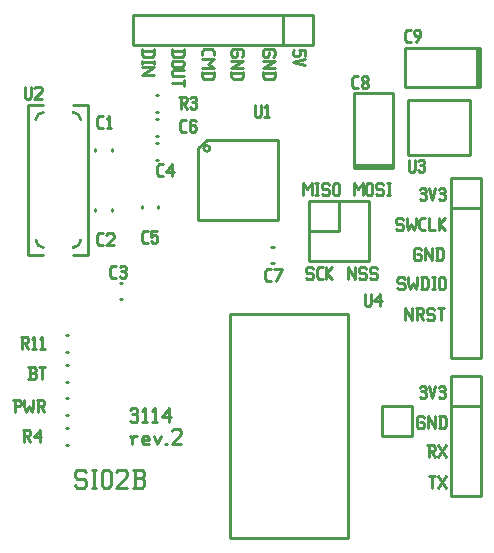
<source format=gbr>
G04 start of page 14 for group -4079 idx -4079 *
G04 Title: (unknown), topsilk *
G04 Creator: pcb v4.1.3-ge2c36c29 *
G04 CreationDate: Sun Jul 18 18:04:05 2021 UTC *
G04 For: p *
G04 Format: Gerber/RS-274X *
G04 PCB-Dimensions (mil): 6000.00 5000.00 *
G04 PCB-Coordinate-Origin: lower left *
%MOIN*%
%FSLAX25Y25*%
%LNTOPSILK*%
%ADD113C,0.0100*%
G54D113*X324606Y345894D02*Y343894D01*
X322606Y345894D02*X324606D01*
X322606D02*X323106Y345394D01*
Y344394D01*
X322606Y343894D01*
X321106D02*X322606D01*
X320606Y344394D02*X321106Y343894D01*
X320606Y345394D02*Y344394D01*
X321106Y345894D02*X320606Y345394D01*
X324606Y342694D02*X320606Y341694D01*
X324606Y340694D01*
X314606Y344000D02*X314106Y343500D01*
X314606Y345500D02*Y344000D01*
X314106Y346000D02*X314606Y345500D01*
X311106Y346000D02*X314106D01*
X311106D02*X310606Y345500D01*
Y344000D01*
X311106Y343500D01*
X312106D01*
X312606Y344000D02*X312106Y343500D01*
X312606Y345000D02*Y344000D01*
X310606Y342300D02*X314606D01*
X310606Y339800D01*
X314606D01*
X310606Y338100D02*X314606D01*
Y336800D02*X313906Y336100D01*
X311306D02*X313906D01*
X310606Y336800D02*X311306Y336100D01*
X310606Y338600D02*Y336800D01*
X314606Y338600D02*Y336800D01*
X304213Y344000D02*X303713Y343500D01*
X304213Y345500D02*Y344000D01*
X303713Y346000D02*X304213Y345500D01*
X300713Y346000D02*X303713D01*
X300713D02*X300213Y345500D01*
Y344000D01*
X300713Y343500D01*
X301713D01*
X302213Y344000D02*X301713Y343500D01*
X302213Y345000D02*Y344000D01*
X300213Y342300D02*X304213D01*
X300213Y339800D01*
X304213D01*
X300213Y338100D02*X304213D01*
Y336800D02*X303513Y336100D01*
X300913D02*X303513D01*
X300213Y336800D02*X300913Y336100D01*
X300213Y338600D02*Y336800D01*
X304213Y338600D02*Y336800D01*
X290394Y345300D02*Y344000D01*
X291094Y346000D02*X290394Y345300D01*
X291094Y346000D02*X293694D01*
X294394Y345300D01*
Y344000D01*
X290394Y342800D02*X294394D01*
X292394Y341300D01*
X294394Y339800D01*
X290394D02*X294394D01*
X290394Y338100D02*X294394D01*
Y336800D02*X293694Y336100D01*
X291094D02*X293694D01*
X290394Y336800D02*X291094Y336100D01*
X290394Y338600D02*Y336800D01*
X294394Y338600D02*Y336800D01*
X280394Y345500D02*X284394D01*
Y344200D02*X283694Y343500D01*
X281094D02*X283694D01*
X280394Y344200D02*X281094Y343500D01*
X280394Y346000D02*Y344200D01*
X284394Y346000D02*Y344200D01*
X280894Y342300D02*X283894D01*
X284394Y341800D01*
Y340800D01*
X283894Y340300D01*
X280894D02*X283894D01*
X280394Y340800D02*X280894Y340300D01*
X280394Y341800D02*Y340800D01*
X280894Y342300D02*X280394Y341800D01*
X280894Y339100D02*X284394D01*
X280894D02*X280394Y338600D01*
Y337600D01*
X280894Y337100D01*
X284394D01*
Y335900D02*Y333900D01*
X280394Y334900D02*X284394D01*
X270394Y345500D02*X274394D01*
Y344200D02*X273694Y343500D01*
X271094D02*X273694D01*
X270394Y344200D02*X271094Y343500D01*
X270394Y346000D02*Y344200D01*
X274394Y346000D02*Y344200D01*
Y342300D02*Y341300D01*
X270394Y341800D02*X274394D01*
X270394Y342300D02*Y341300D01*
Y340100D02*X274394D01*
X270394Y337600D01*
X274394D01*
X366000Y203780D02*X368000D01*
X367000D02*Y199780D01*
X369200D02*X371700Y203780D01*
X369200D02*X371700Y199780D01*
X251020Y205947D02*X251775Y205192D01*
X248755Y205947D02*X251020D01*
X248000Y205192D02*X248755Y205947D01*
X248000Y205192D02*Y203682D01*
X248755Y202927D01*
X251020D01*
X251775Y202172D01*
Y200662D01*
X251020Y199907D02*X251775Y200662D01*
X248755Y199907D02*X251020D01*
X248000Y200662D02*X248755Y199907D01*
X253587Y205947D02*X255097D01*
X254342D02*Y199907D01*
X253587D02*X255097D01*
X256909Y205192D02*Y200662D01*
Y205192D02*X257664Y205947D01*
X259174D01*
X259929Y205192D01*
Y200662D01*
X259174Y199907D02*X259929Y200662D01*
X257664Y199907D02*X259174D01*
X256909Y200662D02*X257664Y199907D01*
X261741Y205192D02*X262496Y205947D01*
X264761D01*
X265516Y205192D01*
Y203682D01*
X261741Y199907D02*X265516Y203682D01*
X261741Y199907D02*X265516D01*
X267328D02*X270348D01*
X271103Y200662D01*
Y202474D02*Y200662D01*
X270348Y203229D02*X271103Y202474D01*
X268083Y203229D02*X270348D01*
X268083Y205947D02*Y199907D01*
X267328Y205947D02*X270348D01*
X271103Y205192D01*
Y203984D01*
X270348Y203229D02*X271103Y203984D01*
X228000Y229000D02*Y225000D01*
X227500Y229000D02*X229500D01*
X230000Y228500D01*
Y227500D01*
X229500Y227000D02*X230000Y227500D01*
X228000Y227000D02*X229500D01*
X231200Y229000D02*Y227000D01*
X231700Y225000D01*
X232700Y227000D01*
X233700Y225000D01*
X234200Y227000D01*
Y229000D02*Y227000D01*
X235400Y229000D02*X237400D01*
X237900Y228500D01*
Y227500D01*
X237400Y227000D02*X237900Y227500D01*
X235900Y227000D02*X237400D01*
X235900Y229000D02*Y225000D01*
X236700Y227000D02*X237900Y225000D01*
X232500Y236000D02*X234500D01*
X235000Y236500D01*
Y237700D02*Y236500D01*
X234500Y238200D02*X235000Y237700D01*
X233000Y238200D02*X234500D01*
X233000Y240000D02*Y236000D01*
X232500Y240000D02*X234500D01*
X235000Y239500D01*
Y238700D01*
X234500Y238200D02*X235000Y238700D01*
X236200Y240000D02*X238200D01*
X237200D02*Y236000D01*
X267064Y216441D02*Y214611D01*
Y216441D02*X267674Y217051D01*
X268894D01*
X266454D02*X267064Y216441D01*
X270968Y214611D02*X272798D01*
X270358Y215221D02*X270968Y214611D01*
X270358Y216441D02*Y215221D01*
Y216441D02*X270968Y217051D01*
X272188D01*
X272798Y216441D01*
X270358Y215831D02*X272798D01*
Y216441D02*Y215831D01*
X274262Y217051D02*X275482Y214611D01*
X276702Y217051D02*X275482Y214611D01*
X278166D02*X278776D01*
X280240Y218881D02*X280850Y219491D01*
X282680D01*
X283290Y218881D01*
Y217661D01*
X280240Y214611D02*X283290Y217661D01*
X280240Y214611D02*X283290D01*
X266454Y225968D02*X267064Y226578D01*
X268284D01*
X268894Y225968D01*
X268284Y221698D02*X268894Y222308D01*
X267064Y221698D02*X268284D01*
X266454Y222308D02*X267064Y221698D01*
Y224382D02*X268284D01*
X268894Y225968D02*Y224992D01*
Y223772D02*Y222308D01*
Y223772D02*X268284Y224382D01*
X268894Y224992D02*X268284Y224382D01*
X270358Y225602D02*X271334Y226578D01*
Y221698D01*
X270358D02*X272188D01*
X273652Y225602D02*X274628Y226578D01*
Y221698D01*
X273652D02*X275482D01*
X276946Y223528D02*X279386Y226578D01*
X276946Y223528D02*X279996D01*
X279386Y226578D02*Y221698D01*
X363000Y299280D02*X363500Y299780D01*
X364500D01*
X365000Y299280D01*
X364500Y295780D02*X365000Y296280D01*
X363500Y295780D02*X364500D01*
X363000Y296280D02*X363500Y295780D01*
Y297980D02*X364500D01*
X365000Y299280D02*Y298480D01*
Y297480D02*Y296280D01*
Y297480D02*X364500Y297980D01*
X365000Y298480D02*X364500Y297980D01*
X366200Y299780D02*X367200Y295780D01*
X368200Y299780D01*
X369400Y299280D02*X369900Y299780D01*
X370900D01*
X371400Y299280D01*
X370900Y295780D02*X371400Y296280D01*
X369900Y295780D02*X370900D01*
X369400Y296280D02*X369900Y295780D01*
Y297980D02*X370900D01*
X371400Y299280D02*Y298480D01*
Y297480D02*Y296280D01*
Y297480D02*X370900Y297980D01*
X371400Y298480D02*X370900Y297980D01*
X357000Y289780D02*X357500Y289280D01*
X355500Y289780D02*X357000D01*
X355000Y289280D02*X355500Y289780D01*
X355000Y289280D02*Y288280D01*
X355500Y287780D01*
X357000D01*
X357500Y287280D01*
Y286280D01*
X357000Y285780D02*X357500Y286280D01*
X355500Y285780D02*X357000D01*
X355000Y286280D02*X355500Y285780D01*
X358700Y289780D02*Y287780D01*
X359200Y285780D01*
X360200Y287780D01*
X361200Y285780D01*
X361700Y287780D01*
Y289780D02*Y287780D01*
X363600Y285780D02*X364900D01*
X362900Y286480D02*X363600Y285780D01*
X362900Y289080D02*Y286480D01*
Y289080D02*X363600Y289780D01*
X364900D01*
X366100D02*Y285780D01*
X368100D01*
X369300Y289780D02*Y285780D01*
Y287780D02*X371300Y289780D01*
X369300Y287780D02*X371300Y285780D01*
X363000Y279780D02*X363500Y279280D01*
X361500Y279780D02*X363000D01*
X361000Y279280D02*X361500Y279780D01*
X361000Y279280D02*Y276280D01*
X361500Y275780D01*
X363000D01*
X363500Y276280D01*
Y277280D02*Y276280D01*
X363000Y277780D02*X363500Y277280D01*
X362000Y277780D02*X363000D01*
X364700Y279780D02*Y275780D01*
Y279780D02*X367200Y275780D01*
Y279780D02*Y275780D01*
X368900Y279780D02*Y275780D01*
X370200Y279780D02*X370900Y279080D01*
Y276480D01*
X370200Y275780D02*X370900Y276480D01*
X368400Y275780D02*X370200D01*
X368400Y279780D02*X370200D01*
X357500Y270000D02*X358000Y269500D01*
X356000Y270000D02*X357500D01*
X355500Y269500D02*X356000Y270000D01*
X355500Y269500D02*Y268500D01*
X356000Y268000D01*
X357500D01*
X358000Y267500D01*
Y266500D01*
X357500Y266000D02*X358000Y266500D01*
X356000Y266000D02*X357500D01*
X355500Y266500D02*X356000Y266000D01*
X359200Y270000D02*Y268000D01*
X359700Y266000D01*
X360700Y268000D01*
X361700Y266000D01*
X362200Y268000D01*
Y270000D02*Y268000D01*
X363900Y270000D02*Y266000D01*
X365200Y270000D02*X365900Y269300D01*
Y266700D01*
X365200Y266000D02*X365900Y266700D01*
X363400Y266000D02*X365200D01*
X363400Y270000D02*X365200D01*
X367100D02*X368100D01*
X367600D02*Y266000D01*
X367100D02*X368100D01*
X369300Y269500D02*Y266500D01*
Y269500D02*X369800Y270000D01*
X370800D01*
X371300Y269500D01*
Y266500D01*
X370800Y266000D02*X371300Y266500D01*
X369800Y266000D02*X370800D01*
X369300Y266500D02*X369800Y266000D01*
X358000Y259780D02*Y255780D01*
Y259780D02*X360500Y255780D01*
Y259780D02*Y255780D01*
X361700Y259780D02*X363700D01*
X364200Y259280D01*
Y258280D01*
X363700Y257780D02*X364200Y258280D01*
X362200Y257780D02*X363700D01*
X362200Y259780D02*Y255780D01*
X363000Y257780D02*X364200Y255780D01*
X367400Y259780D02*X367900Y259280D01*
X365900Y259780D02*X367400D01*
X365400Y259280D02*X365900Y259780D01*
X365400Y259280D02*Y258280D01*
X365900Y257780D01*
X367400D01*
X367900Y257280D01*
Y256280D01*
X367400Y255780D02*X367900Y256280D01*
X365900Y255780D02*X367400D01*
X365400Y256280D02*X365900Y255780D01*
X369100Y259780D02*X371100D01*
X370100D02*Y255780D01*
X339000Y273457D02*Y269457D01*
Y273457D02*X341500Y269457D01*
Y273457D02*Y269457D01*
X344700Y273457D02*X345200Y272957D01*
X343200Y273457D02*X344700D01*
X342700Y272957D02*X343200Y273457D01*
X342700Y272957D02*Y271957D01*
X343200Y271457D01*
X344700D01*
X345200Y270957D01*
Y269957D01*
X344700Y269457D02*X345200Y269957D01*
X343200Y269457D02*X344700D01*
X342700Y269957D02*X343200Y269457D01*
X348400Y273457D02*X348900Y272957D01*
X346900Y273457D02*X348400D01*
X346400Y272957D02*X346900Y273457D01*
X346400Y272957D02*Y271957D01*
X346900Y271457D01*
X348400D01*
X348900Y270957D01*
Y269957D01*
X348400Y269457D02*X348900Y269957D01*
X346900Y269457D02*X348400D01*
X346400Y269957D02*X346900Y269457D01*
X327000Y273457D02*X327500Y272957D01*
X325500Y273457D02*X327000D01*
X325000Y272957D02*X325500Y273457D01*
X325000Y272957D02*Y271957D01*
X325500Y271457D01*
X327000D01*
X327500Y270957D01*
Y269957D01*
X327000Y269457D02*X327500Y269957D01*
X325500Y269457D02*X327000D01*
X325000Y269957D02*X325500Y269457D01*
X329400D02*X330700D01*
X328700Y270157D02*X329400Y269457D01*
X328700Y272757D02*Y270157D01*
Y272757D02*X329400Y273457D01*
X330700D01*
X331900D02*Y269457D01*
Y271457D02*X333900Y273457D01*
X331900Y271457D02*X333900Y269457D01*
X324000Y301457D02*Y297457D01*
Y301457D02*X325500Y299457D01*
X327000Y301457D01*
Y297457D01*
X328200Y301457D02*X329200D01*
X328700D02*Y297457D01*
X328200D02*X329200D01*
X332400Y301457D02*X332900Y300957D01*
X330900Y301457D02*X332400D01*
X330400Y300957D02*X330900Y301457D01*
X330400Y300957D02*Y299957D01*
X330900Y299457D01*
X332400D01*
X332900Y298957D01*
Y297957D01*
X332400Y297457D02*X332900Y297957D01*
X330900Y297457D02*X332400D01*
X330400Y297957D02*X330900Y297457D01*
X334100Y300957D02*Y297957D01*
Y300957D02*X334600Y301457D01*
X335600D01*
X336100Y300957D01*
Y297957D01*
X335600Y297457D02*X336100Y297957D01*
X334600Y297457D02*X335600D01*
X334100Y297957D02*X334600Y297457D01*
X341000Y301457D02*Y297457D01*
Y301457D02*X342500Y299457D01*
X344000Y301457D01*
Y297457D01*
X345200Y300957D02*Y297957D01*
Y300957D02*X345700Y301457D01*
X346700D01*
X347200Y300957D01*
Y297957D01*
X346700Y297457D02*X347200Y297957D01*
X345700Y297457D02*X346700D01*
X345200Y297957D02*X345700Y297457D01*
X350400Y301457D02*X350900Y300957D01*
X348900Y301457D02*X350400D01*
X348400Y300957D02*X348900Y301457D01*
X348400Y300957D02*Y299957D01*
X348900Y299457D01*
X350400D01*
X350900Y298957D01*
Y297957D01*
X350400Y297457D02*X350900Y297957D01*
X348900Y297457D02*X350400D01*
X348400Y297957D02*X348900Y297457D01*
X352100Y301457D02*X353100D01*
X352600D02*Y297457D01*
X352100D02*X353100D01*
X363000Y233280D02*X363500Y233780D01*
X364500D01*
X365000Y233280D01*
X364500Y229780D02*X365000Y230280D01*
X363500Y229780D02*X364500D01*
X363000Y230280D02*X363500Y229780D01*
Y231980D02*X364500D01*
X365000Y233280D02*Y232480D01*
Y231480D02*Y230280D01*
Y231480D02*X364500Y231980D01*
X365000Y232480D02*X364500Y231980D01*
X366200Y233780D02*X367200Y229780D01*
X368200Y233780D01*
X369400Y233280D02*X369900Y233780D01*
X370900D01*
X371400Y233280D01*
X370900Y229780D02*X371400Y230280D01*
X369900Y229780D02*X370900D01*
X369400Y230280D02*X369900Y229780D01*
Y231980D02*X370900D01*
X371400Y233280D02*Y232480D01*
Y231480D02*Y230280D01*
Y231480D02*X370900Y231980D01*
X371400Y232480D02*X370900Y231980D01*
X364000Y223780D02*X364500Y223280D01*
X362500Y223780D02*X364000D01*
X362000Y223280D02*X362500Y223780D01*
X362000Y223280D02*Y220280D01*
X362500Y219780D01*
X364000D01*
X364500Y220280D01*
Y221280D02*Y220280D01*
X364000Y221780D02*X364500Y221280D01*
X363000Y221780D02*X364000D01*
X365700Y223780D02*Y219780D01*
Y223780D02*X368200Y219780D01*
Y223780D02*Y219780D01*
X369900Y223780D02*Y219780D01*
X371200Y223780D02*X371900Y223080D01*
Y220480D01*
X371200Y219780D02*X371900Y220480D01*
X369400Y219780D02*X371200D01*
X369400Y223780D02*X371200D01*
X365500Y214000D02*X367500D01*
X368000Y213500D01*
Y212500D01*
X367500Y212000D02*X368000Y212500D01*
X366000Y212000D02*X367500D01*
X366000Y214000D02*Y210000D01*
X366800Y212000D02*X368000Y210000D01*
X369200D02*X371700Y214000D01*
X369200D02*X371700Y210000D01*
X383000Y346500D02*Y333500D01*
X358000Y346500D02*X383000D01*
X358000D02*Y333500D01*
X383000D01*
X382000Y346500D02*Y333500D01*
X267500Y357500D02*X327500D01*
X267500D02*Y347500D01*
X327500D01*
Y357500D02*Y347500D01*
X317500Y357500D02*Y347500D01*
X327500D01*
X341000Y306500D02*X354000D01*
Y331500D02*Y306500D01*
X341000Y331500D02*X354000D01*
X341000D02*Y306500D01*
Y307500D02*X354000D01*
X260255Y292850D02*Y292064D01*
X254745Y292850D02*Y292064D01*
Y312936D02*Y312150D01*
X260255Y312936D02*Y312150D01*
X232500Y327500D02*X237500D01*
X232500D02*Y277500D01*
X237500D01*
X247500D02*X252500D01*
Y327500D02*Y277500D01*
X247500Y327500D02*X252500D01*
X247500Y280000D02*G75*G03X250000Y282500I0J2500D01*G01*
X235000D02*G75*G03X237500Y280000I2500J0D01*G01*
Y325000D02*G75*G03X235000Y322500I0J-2500D01*G01*
X250000D02*G75*G03X247500Y325000I-2500J0D01*G01*
X326000Y295457D02*Y275457D01*
X346000D01*
Y295457D01*
X326000D01*
Y285457D02*X336000D01*
Y295457D01*
X275064Y322755D02*X275850D01*
X275064Y317245D02*X275850D01*
X275755Y293850D02*Y293064D01*
X270245Y293850D02*Y293064D01*
X299724Y257835D02*X339094D01*
X299724D02*Y183031D01*
X339094Y257835D02*Y183031D01*
X299724D02*X339094D01*
X292021Y315879D02*X315879D01*
Y289121D01*
X289121D02*X315879D01*
X289121Y312979D02*Y289121D01*
Y312979D02*X292021Y315879D01*
X291021Y312979D02*G75*G03X291021Y312979I1000J0D01*G01*
X373500Y303000D02*Y243000D01*
X383500D01*
Y303000D01*
X373500D01*
Y293000D02*X383500D01*
Y303000D01*
X313564Y280255D02*X314350D01*
X313564Y274745D02*X314350D01*
X275064Y314755D02*X275850D01*
X275064Y309245D02*X275850D01*
X275064Y330755D02*X275850D01*
X275064Y325245D02*X275850D01*
X359200Y329000D02*X379900D01*
X359200D02*Y310700D01*
X379900D01*
Y329000D02*Y310700D01*
X373500Y237000D02*Y197000D01*
X383500D01*
Y237000D02*Y197000D01*
X373500Y237000D02*X383500D01*
X373500Y227000D02*X383500D01*
Y237000D02*Y227000D01*
X263064Y262702D02*X263850D01*
X263064Y268212D02*X263850D01*
X245107Y229755D02*X245893D01*
X245107Y224245D02*X245893D01*
X245107Y219755D02*X245893D01*
X245107Y214245D02*X245893D01*
X245107Y240755D02*X245893D01*
X245107Y235245D02*X245893D01*
X245107Y250755D02*X245893D01*
X245107Y245245D02*X245893D01*
X350500Y227000D02*Y217000D01*
X360500D01*
Y227000D01*
X350500D01*
Y217000D02*X360500D01*
Y227000D01*
X312007Y268650D02*X313307D01*
X311307Y269350D02*X312007Y268650D01*
X311307Y271950D02*Y269350D01*
Y271950D02*X312007Y272650D01*
X313307D01*
X315007Y268650D02*X317007Y272650D01*
X314507D02*X317007D01*
X283890Y318591D02*X285190D01*
X283190Y319291D02*X283890Y318591D01*
X283190Y321891D02*Y319291D01*
Y321891D02*X283890Y322591D01*
X285190D01*
X287890D02*X288390Y322091D01*
X286890Y322591D02*X287890D01*
X286390Y322091D02*X286890Y322591D01*
X286390Y322091D02*Y319091D01*
X286890Y318591D01*
X287890Y320791D02*X288390Y320291D01*
X286390Y320791D02*X287890D01*
X286890Y318591D02*X287890D01*
X288390Y319091D01*
Y320291D02*Y319091D01*
X282807Y330150D02*X284807D01*
X285307Y329650D01*
Y328650D01*
X284807Y328150D02*X285307Y328650D01*
X283307Y328150D02*X284807D01*
X283307Y330150D02*Y326150D01*
X284107Y328150D02*X285307Y326150D01*
X286507Y329650D02*X287007Y330150D01*
X288007D01*
X288507Y329650D01*
X288007Y326150D02*X288507Y326650D01*
X287007Y326150D02*X288007D01*
X286507Y326650D02*X287007Y326150D01*
Y328350D02*X288007D01*
X288507Y329650D02*Y328850D01*
Y327850D02*Y326650D01*
Y327850D02*X288007Y328350D01*
X288507Y328850D02*X288007Y328350D01*
X308000Y327500D02*Y324000D01*
X308500Y323500D01*
X309500D01*
X310000Y324000D01*
Y327500D02*Y324000D01*
X311200Y326700D02*X312000Y327500D01*
Y323500D01*
X311200D02*X312700D01*
X341200Y333000D02*X342500D01*
X340500Y333700D02*X341200Y333000D01*
X340500Y336300D02*Y333700D01*
Y336300D02*X341200Y337000D01*
X342500D01*
X343700Y333500D02*X344200Y333000D01*
X343700Y334300D02*Y333500D01*
Y334300D02*X344400Y335000D01*
X345000D01*
X345700Y334300D01*
Y333500D01*
X345200Y333000D02*X345700Y333500D01*
X344200Y333000D02*X345200D01*
X343700Y335700D02*X344400Y335000D01*
X343700Y336500D02*Y335700D01*
Y336500D02*X344200Y337000D01*
X345200D01*
X345700Y336500D01*
Y335700D01*
X345000Y335000D02*X345700Y335700D01*
X270949Y281502D02*X272249D01*
X270249Y282202D02*X270949Y281502D01*
X270249Y284802D02*Y282202D01*
Y284802D02*X270949Y285502D01*
X272249D01*
X273449D02*X275449D01*
X273449D02*Y283502D01*
X273949Y284002D01*
X274949D01*
X275449Y283502D01*
Y282002D01*
X274949Y281502D02*X275449Y282002D01*
X273949Y281502D02*X274949D01*
X273449Y282002D02*X273949Y281502D01*
X276007Y303650D02*X277307D01*
X275307Y304350D02*X276007Y303650D01*
X275307Y306950D02*Y304350D01*
Y306950D02*X276007Y307650D01*
X277307D01*
X278507Y305150D02*X280507Y307650D01*
X278507Y305150D02*X281007D01*
X280507Y307650D02*Y303650D01*
X256050Y280736D02*X257350D01*
X255350Y281436D02*X256050Y280736D01*
X255350Y284036D02*Y281436D01*
Y284036D02*X256050Y284736D01*
X257350D01*
X258550Y284236D02*X259050Y284736D01*
X260550D01*
X261050Y284236D01*
Y283236D01*
X258550Y280736D02*X261050Y283236D01*
X258550Y280736D02*X261050D01*
X260461Y269863D02*X261761D01*
X259761Y270563D02*X260461Y269863D01*
X259761Y273163D02*Y270563D01*
Y273163D02*X260461Y273863D01*
X261761D01*
X262961Y273363D02*X263461Y273863D01*
X264461D01*
X264961Y273363D01*
X264461Y269863D02*X264961Y270363D01*
X263461Y269863D02*X264461D01*
X262961Y270363D02*X263461Y269863D01*
Y272063D02*X264461D01*
X264961Y273363D02*Y272563D01*
Y271563D02*Y270363D01*
Y271563D02*X264461Y272063D01*
X264961Y272563D02*X264461Y272063D01*
X256093Y319736D02*X257393D01*
X255393Y320436D02*X256093Y319736D01*
X255393Y323036D02*Y320436D01*
Y323036D02*X256093Y323736D01*
X257393D01*
X258593Y322936D02*X259393Y323736D01*
Y319736D01*
X258593D02*X260093D01*
X231300Y333600D02*Y330100D01*
X231800Y329600D01*
X232800D01*
X233300Y330100D01*
Y333600D02*Y330100D01*
X234500Y333100D02*X235000Y333600D01*
X236500D01*
X237000Y333100D01*
Y332100D01*
X234500Y329600D02*X237000Y332100D01*
X234500Y329600D02*X237000D01*
X230678Y219150D02*X232678D01*
X233178Y218650D01*
Y217650D01*
X232678Y217150D02*X233178Y217650D01*
X231178Y217150D02*X232678D01*
X231178Y219150D02*Y215150D01*
X231978Y217150D02*X233178Y215150D01*
X234378Y216650D02*X236378Y219150D01*
X234378Y216650D02*X236878D01*
X236378Y219150D02*Y215150D01*
X230022Y250150D02*X232022D01*
X232522Y249650D01*
Y248650D01*
X232022Y248150D02*X232522Y248650D01*
X230522Y248150D02*X232022D01*
X230522Y250150D02*Y246150D01*
X231322Y248150D02*X232522Y246150D01*
X233722Y249350D02*X234522Y250150D01*
Y246150D01*
X233722D02*X235222D01*
X236422Y249350D02*X237222Y250150D01*
Y246150D01*
X236422D02*X237922D01*
X344591Y264614D02*Y261114D01*
X345091Y260614D01*
X346091D01*
X346591Y261114D01*
Y264614D02*Y261114D01*
X347791Y262114D02*X349791Y264614D01*
X347791Y262114D02*X350291D01*
X349791Y264614D02*Y260614D01*
X359300Y309200D02*Y305700D01*
X359800Y305200D01*
X360800D01*
X361300Y305700D01*
Y309200D02*Y305700D01*
X362500Y308700D02*X363000Y309200D01*
X364000D01*
X364500Y308700D01*
X364000Y305200D02*X364500Y305700D01*
X363000Y305200D02*X364000D01*
X362500Y305700D02*X363000Y305200D01*
Y307400D02*X364000D01*
X364500Y308700D02*Y307900D01*
Y306900D02*Y305700D01*
Y306900D02*X364000Y307400D01*
X364500Y307900D02*X364000Y307400D01*
X358700Y348500D02*X360000D01*
X358000Y349200D02*X358700Y348500D01*
X358000Y351800D02*Y349200D01*
Y351800D02*X358700Y352500D01*
X360000D01*
X361700Y348500D02*X363200Y350500D01*
Y352000D02*Y350500D01*
X362700Y352500D02*X363200Y352000D01*
X361700Y352500D02*X362700D01*
X361200Y352000D02*X361700Y352500D01*
X361200Y352000D02*Y351000D01*
X361700Y350500D01*
X363200D01*
M02*

</source>
